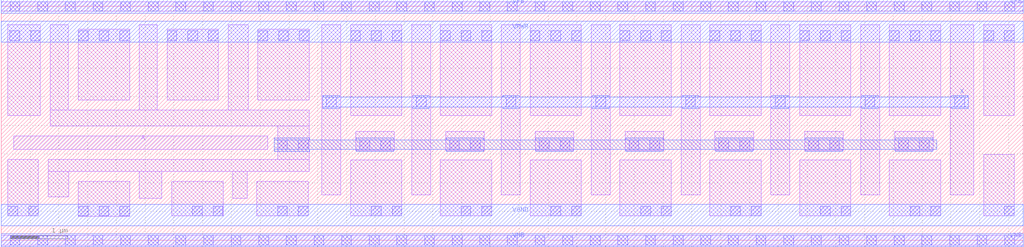
<source format=lef>
# Copyright 2020 The SkyWater PDK Authors
#
# Licensed under the Apache License, Version 2.0 (the "License");
# you may not use this file except in compliance with the License.
# You may obtain a copy of the License at
#
#     https://www.apache.org/licenses/LICENSE-2.0
#
# Unless required by applicable law or agreed to in writing, software
# distributed under the License is distributed on an "AS IS" BASIS,
# WITHOUT WARRANTIES OR CONDITIONS OF ANY KIND, either express or implied.
# See the License for the specific language governing permissions and
# limitations under the License.
#
# SPDX-License-Identifier: Apache-2.0

VERSION 5.7 ;
  NOWIREEXTENSIONATPIN ON ;
  DIVIDERCHAR "/" ;
  BUSBITCHARS "[]" ;
UNITS
  DATABASE MICRONS 200 ;
END UNITS
MACRO sky130_fd_sc_hvl__buf_16
  CLASS CORE ;
  FOREIGN sky130_fd_sc_hvl__buf_16 ;
  ORIGIN  0.000000  0.000000 ;
  SIZE  17.76000 BY  4.070000 ;
  SYMMETRY X Y ;
  SITE unithv ;
  PIN A
    ANTENNAGATEAREA  6.750000 ;
    DIRECTION INPUT ;
    USE SIGNAL ;
    PORT
      LAYER li1 ;
        RECT 0.220000 1.580000 4.630000 1.815000 ;
    END
  END A
  PIN X
    ANTENNADIFFAREA  5.040000 ;
    DIRECTION OUTPUT ;
    USE SIGNAL ;
    PORT
      LAYER met1 ;
        RECT  5.590000 2.290000  5.880000 2.320000 ;
        RECT  5.590000 2.320000 16.800000 2.490000 ;
        RECT  5.590000 2.490000  5.880000 2.520000 ;
        RECT  7.150000 2.290000  7.440000 2.320000 ;
        RECT  7.150000 2.490000  7.440000 2.520000 ;
        RECT  8.710000 2.290000  9.000000 2.320000 ;
        RECT  8.710000 2.490000  9.000000 2.520000 ;
        RECT 10.270000 2.290000 10.560000 2.320000 ;
        RECT 10.270000 2.490000 10.560000 2.520000 ;
        RECT 11.830000 2.290000 12.120000 2.320000 ;
        RECT 11.830000 2.490000 12.120000 2.520000 ;
        RECT 13.390000 2.290000 13.680000 2.320000 ;
        RECT 13.390000 2.490000 13.680000 2.520000 ;
        RECT 14.950000 2.290000 15.240000 2.320000 ;
        RECT 14.950000 2.490000 15.240000 2.520000 ;
        RECT 16.510000 2.290000 16.800000 2.320000 ;
        RECT 16.510000 2.490000 16.800000 2.520000 ;
    END
  END X
  PIN VGND
    DIRECTION INOUT ;
    USE GROUND ;
    PORT
      LAYER met1 ;
        RECT 0.000000 0.255000 17.760000 0.625000 ;
    END
  END VGND
  PIN VNB
    DIRECTION INOUT ;
    USE GROUND ;
    PORT
      LAYER li1 ;
        RECT 0.000000 -0.085000 17.760000 0.085000 ;
      LAYER mcon ;
        RECT  0.155000 -0.085000  0.325000 0.085000 ;
        RECT  0.635000 -0.085000  0.805000 0.085000 ;
        RECT  1.115000 -0.085000  1.285000 0.085000 ;
        RECT  1.595000 -0.085000  1.765000 0.085000 ;
        RECT  2.075000 -0.085000  2.245000 0.085000 ;
        RECT  2.555000 -0.085000  2.725000 0.085000 ;
        RECT  3.035000 -0.085000  3.205000 0.085000 ;
        RECT  3.515000 -0.085000  3.685000 0.085000 ;
        RECT  3.995000 -0.085000  4.165000 0.085000 ;
        RECT  4.475000 -0.085000  4.645000 0.085000 ;
        RECT  4.955000 -0.085000  5.125000 0.085000 ;
        RECT  5.435000 -0.085000  5.605000 0.085000 ;
        RECT  5.915000 -0.085000  6.085000 0.085000 ;
        RECT  6.395000 -0.085000  6.565000 0.085000 ;
        RECT  6.875000 -0.085000  7.045000 0.085000 ;
        RECT  7.355000 -0.085000  7.525000 0.085000 ;
        RECT  7.835000 -0.085000  8.005000 0.085000 ;
        RECT  8.315000 -0.085000  8.485000 0.085000 ;
        RECT  8.795000 -0.085000  8.965000 0.085000 ;
        RECT  9.275000 -0.085000  9.445000 0.085000 ;
        RECT  9.755000 -0.085000  9.925000 0.085000 ;
        RECT 10.235000 -0.085000 10.405000 0.085000 ;
        RECT 10.715000 -0.085000 10.885000 0.085000 ;
        RECT 11.195000 -0.085000 11.365000 0.085000 ;
        RECT 11.675000 -0.085000 11.845000 0.085000 ;
        RECT 12.155000 -0.085000 12.325000 0.085000 ;
        RECT 12.635000 -0.085000 12.805000 0.085000 ;
        RECT 13.115000 -0.085000 13.285000 0.085000 ;
        RECT 13.595000 -0.085000 13.765000 0.085000 ;
        RECT 14.075000 -0.085000 14.245000 0.085000 ;
        RECT 14.555000 -0.085000 14.725000 0.085000 ;
        RECT 15.035000 -0.085000 15.205000 0.085000 ;
        RECT 15.515000 -0.085000 15.685000 0.085000 ;
        RECT 15.995000 -0.085000 16.165000 0.085000 ;
        RECT 16.475000 -0.085000 16.645000 0.085000 ;
        RECT 16.955000 -0.085000 17.125000 0.085000 ;
        RECT 17.435000 -0.085000 17.605000 0.085000 ;
    END
    PORT
      LAYER met1 ;
        RECT 0.000000 -0.115000 17.760000 0.115000 ;
    END
  END VNB
  PIN VPB
    DIRECTION INOUT ;
    USE POWER ;
    PORT
      LAYER li1 ;
        RECT 0.000000 3.985000 17.760000 4.155000 ;
      LAYER mcon ;
        RECT  0.155000 3.985000  0.325000 4.155000 ;
        RECT  0.635000 3.985000  0.805000 4.155000 ;
        RECT  1.115000 3.985000  1.285000 4.155000 ;
        RECT  1.595000 3.985000  1.765000 4.155000 ;
        RECT  2.075000 3.985000  2.245000 4.155000 ;
        RECT  2.555000 3.985000  2.725000 4.155000 ;
        RECT  3.035000 3.985000  3.205000 4.155000 ;
        RECT  3.515000 3.985000  3.685000 4.155000 ;
        RECT  3.995000 3.985000  4.165000 4.155000 ;
        RECT  4.475000 3.985000  4.645000 4.155000 ;
        RECT  4.955000 3.985000  5.125000 4.155000 ;
        RECT  5.435000 3.985000  5.605000 4.155000 ;
        RECT  5.915000 3.985000  6.085000 4.155000 ;
        RECT  6.395000 3.985000  6.565000 4.155000 ;
        RECT  6.875000 3.985000  7.045000 4.155000 ;
        RECT  7.355000 3.985000  7.525000 4.155000 ;
        RECT  7.835000 3.985000  8.005000 4.155000 ;
        RECT  8.315000 3.985000  8.485000 4.155000 ;
        RECT  8.795000 3.985000  8.965000 4.155000 ;
        RECT  9.275000 3.985000  9.445000 4.155000 ;
        RECT  9.755000 3.985000  9.925000 4.155000 ;
        RECT 10.235000 3.985000 10.405000 4.155000 ;
        RECT 10.715000 3.985000 10.885000 4.155000 ;
        RECT 11.195000 3.985000 11.365000 4.155000 ;
        RECT 11.675000 3.985000 11.845000 4.155000 ;
        RECT 12.155000 3.985000 12.325000 4.155000 ;
        RECT 12.635000 3.985000 12.805000 4.155000 ;
        RECT 13.115000 3.985000 13.285000 4.155000 ;
        RECT 13.595000 3.985000 13.765000 4.155000 ;
        RECT 14.075000 3.985000 14.245000 4.155000 ;
        RECT 14.555000 3.985000 14.725000 4.155000 ;
        RECT 15.035000 3.985000 15.205000 4.155000 ;
        RECT 15.515000 3.985000 15.685000 4.155000 ;
        RECT 15.995000 3.985000 16.165000 4.155000 ;
        RECT 16.475000 3.985000 16.645000 4.155000 ;
        RECT 16.955000 3.985000 17.125000 4.155000 ;
        RECT 17.435000 3.985000 17.605000 4.155000 ;
    END
    PORT
      LAYER met1 ;
        RECT 0.000000 3.955000 17.760000 4.185000 ;
    END
  END VPB
  PIN VPWR
    DIRECTION INOUT ;
    USE POWER ;
    PORT
      LAYER met1 ;
        RECT 0.000000 3.445000 17.760000 3.815000 ;
    END
  END VPWR
  OBS
    LAYER li1 ;
      RECT  0.110000 0.425000  0.645000 1.410000 ;
      RECT  0.110000 2.175000  0.680000 3.755000 ;
      RECT  0.815000 0.755000  1.170000 1.195000 ;
      RECT  0.815000 1.195000  5.350000 1.410000 ;
      RECT  0.850000 1.985000  5.350000 2.265000 ;
      RECT  0.850000 2.265000  1.160000 3.755000 ;
      RECT  1.340000 0.415000  2.230000 1.025000 ;
      RECT  1.340000 2.445000  2.230000 3.675000 ;
      RECT  2.400000 0.730000  2.790000 1.195000 ;
      RECT  2.400000 2.265000  2.710000 3.755000 ;
      RECT  2.880000 2.445000  3.770000 3.675000 ;
      RECT  2.960000 0.425000  3.855000 1.025000 ;
      RECT  3.940000 2.265000  4.290000 3.755000 ;
      RECT  4.025000 0.730000  4.270000 1.195000 ;
      RECT  4.440000 0.425000  5.330000 1.025000 ;
      RECT  4.460000 2.445000  5.350000 3.675000 ;
      RECT  4.800000 1.410000  5.350000 1.985000 ;
      RECT  5.570000 0.790000  5.900000 3.755000 ;
      RECT  6.070000 0.425000  6.960000 1.395000 ;
      RECT  6.070000 2.175000  6.960000 3.755000 ;
      RECT  6.160000 1.565000  6.830000 1.895000 ;
      RECT  7.130000 0.790000  7.460000 3.755000 ;
      RECT  7.630000 0.425000  8.520000 1.395000 ;
      RECT  7.630000 2.175000  8.520000 3.755000 ;
      RECT  7.720000 1.565000  8.390000 1.895000 ;
      RECT  8.690000 0.790000  9.020000 3.755000 ;
      RECT  9.190000 0.425000 10.080000 1.395000 ;
      RECT  9.190000 2.175000 10.080000 3.755000 ;
      RECT  9.280000 1.565000  9.950000 1.895000 ;
      RECT 10.250000 0.790000 10.580000 3.755000 ;
      RECT 10.750000 0.425000 11.640000 1.395000 ;
      RECT 10.750000 2.175000 11.640000 3.755000 ;
      RECT 10.840000 1.565000 11.510000 1.895000 ;
      RECT 11.810000 0.790000 12.140000 3.755000 ;
      RECT 12.310000 0.425000 13.200000 1.395000 ;
      RECT 12.310000 2.175000 13.200000 3.755000 ;
      RECT 12.400000 1.565000 13.070000 1.895000 ;
      RECT 13.370000 0.790000 13.700000 3.755000 ;
      RECT 13.870000 0.425000 14.760000 1.395000 ;
      RECT 13.870000 2.175000 14.760000 3.755000 ;
      RECT 13.960000 1.565000 14.630000 1.895000 ;
      RECT 14.930000 0.790000 15.260000 3.755000 ;
      RECT 15.430000 0.425000 16.320000 1.395000 ;
      RECT 15.430000 2.175000 16.320000 3.755000 ;
      RECT 15.520000 1.565000 16.190000 1.895000 ;
      RECT 16.490000 0.790000 16.900000 3.755000 ;
      RECT 17.070000 0.425000 17.600000 1.495000 ;
      RECT 17.070000 2.175000 17.600000 3.755000 ;
    LAYER mcon ;
      RECT  0.115000 0.425000  0.285000 0.595000 ;
      RECT  0.150000 3.475000  0.320000 3.645000 ;
      RECT  0.475000 0.425000  0.645000 0.595000 ;
      RECT  0.510000 3.475000  0.680000 3.645000 ;
      RECT  1.340000 0.425000  1.510000 0.595000 ;
      RECT  1.340000 3.475000  1.510000 3.645000 ;
      RECT  1.700000 0.425000  1.870000 0.595000 ;
      RECT  1.700000 3.475000  1.870000 3.645000 ;
      RECT  2.060000 0.425000  2.230000 0.595000 ;
      RECT  2.060000 3.475000  2.230000 3.645000 ;
      RECT  2.880000 3.475000  3.050000 3.645000 ;
      RECT  3.240000 3.475000  3.410000 3.645000 ;
      RECT  3.320000 0.425000  3.490000 0.595000 ;
      RECT  3.600000 3.475000  3.770000 3.645000 ;
      RECT  3.680000 0.425000  3.850000 0.595000 ;
      RECT  4.460000 3.475000  4.630000 3.645000 ;
      RECT  4.800000 0.425000  4.970000 0.595000 ;
      RECT  4.800000 1.580000  4.970000 1.750000 ;
      RECT  4.820000 3.475000  4.990000 3.645000 ;
      RECT  5.160000 0.425000  5.330000 0.595000 ;
      RECT  5.160000 1.580000  5.330000 1.750000 ;
      RECT  5.180000 3.475000  5.350000 3.645000 ;
      RECT  5.650000 2.320000  5.820000 2.490000 ;
      RECT  6.070000 3.475000  6.240000 3.645000 ;
      RECT  6.230000 1.580000  6.400000 1.750000 ;
      RECT  6.430000 0.425000  6.600000 0.595000 ;
      RECT  6.430000 3.475000  6.600000 3.645000 ;
      RECT  6.590000 1.580000  6.760000 1.750000 ;
      RECT  6.790000 0.425000  6.960000 0.595000 ;
      RECT  6.790000 3.475000  6.960000 3.645000 ;
      RECT  7.210000 2.320000  7.380000 2.490000 ;
      RECT  7.630000 3.475000  7.800000 3.645000 ;
      RECT  7.790000 1.580000  7.960000 1.750000 ;
      RECT  7.990000 0.425000  8.160000 0.595000 ;
      RECT  7.990000 3.475000  8.160000 3.645000 ;
      RECT  8.150000 1.580000  8.320000 1.750000 ;
      RECT  8.350000 0.425000  8.520000 0.595000 ;
      RECT  8.350000 3.475000  8.520000 3.645000 ;
      RECT  8.770000 2.320000  8.940000 2.490000 ;
      RECT  9.190000 3.475000  9.360000 3.645000 ;
      RECT  9.350000 1.580000  9.520000 1.750000 ;
      RECT  9.550000 0.425000  9.720000 0.595000 ;
      RECT  9.550000 3.475000  9.720000 3.645000 ;
      RECT  9.710000 1.580000  9.880000 1.750000 ;
      RECT  9.910000 0.425000 10.080000 0.595000 ;
      RECT  9.910000 3.475000 10.080000 3.645000 ;
      RECT 10.330000 2.320000 10.500000 2.490000 ;
      RECT 10.750000 3.475000 10.920000 3.645000 ;
      RECT 10.910000 1.580000 11.080000 1.750000 ;
      RECT 11.110000 0.425000 11.280000 0.595000 ;
      RECT 11.110000 3.475000 11.280000 3.645000 ;
      RECT 11.270000 1.580000 11.440000 1.750000 ;
      RECT 11.470000 0.425000 11.640000 0.595000 ;
      RECT 11.470000 3.475000 11.640000 3.645000 ;
      RECT 11.890000 2.320000 12.060000 2.490000 ;
      RECT 12.310000 3.475000 12.480000 3.645000 ;
      RECT 12.470000 1.580000 12.640000 1.750000 ;
      RECT 12.670000 0.425000 12.840000 0.595000 ;
      RECT 12.670000 3.475000 12.840000 3.645000 ;
      RECT 12.830000 1.580000 13.000000 1.750000 ;
      RECT 13.030000 0.425000 13.200000 0.595000 ;
      RECT 13.030000 3.475000 13.200000 3.645000 ;
      RECT 13.450000 2.320000 13.620000 2.490000 ;
      RECT 13.870000 3.475000 14.040000 3.645000 ;
      RECT 14.030000 1.580000 14.200000 1.750000 ;
      RECT 14.230000 0.425000 14.400000 0.595000 ;
      RECT 14.230000 3.475000 14.400000 3.645000 ;
      RECT 14.390000 1.580000 14.560000 1.750000 ;
      RECT 14.590000 0.425000 14.760000 0.595000 ;
      RECT 14.590000 3.475000 14.760000 3.645000 ;
      RECT 15.010000 2.320000 15.180000 2.490000 ;
      RECT 15.430000 3.475000 15.600000 3.645000 ;
      RECT 15.590000 1.580000 15.760000 1.750000 ;
      RECT 15.790000 0.425000 15.960000 0.595000 ;
      RECT 15.790000 3.475000 15.960000 3.645000 ;
      RECT 15.950000 1.580000 16.120000 1.750000 ;
      RECT 16.150000 0.425000 16.320000 0.595000 ;
      RECT 16.150000 3.475000 16.320000 3.645000 ;
      RECT 16.570000 2.320000 16.740000 2.490000 ;
      RECT 17.070000 3.475000 17.240000 3.645000 ;
      RECT 17.430000 0.425000 17.600000 0.595000 ;
      RECT 17.430000 3.475000 17.600000 3.645000 ;
    LAYER met1 ;
      RECT  4.740000 1.550000  5.360000 1.580000 ;
      RECT  4.740000 1.580000 16.250000 1.750000 ;
      RECT  4.740000 1.750000  5.360000 1.780000 ;
      RECT  6.170000 1.550000  6.820000 1.580000 ;
      RECT  6.170000 1.750000  6.820000 1.780000 ;
      RECT  7.730000 1.550000  8.380000 1.580000 ;
      RECT  7.730000 1.750000  8.380000 1.780000 ;
      RECT  9.290000 1.550000  9.940000 1.580000 ;
      RECT  9.290000 1.750000  9.940000 1.780000 ;
      RECT 10.850000 1.550000 11.500000 1.580000 ;
      RECT 10.850000 1.750000 11.500000 1.780000 ;
      RECT 12.410000 1.550000 13.060000 1.580000 ;
      RECT 12.410000 1.750000 13.060000 1.780000 ;
      RECT 13.970000 1.550000 14.620000 1.580000 ;
      RECT 13.970000 1.750000 14.620000 1.780000 ;
      RECT 15.530000 1.550000 16.180000 1.580000 ;
      RECT 15.530000 1.750000 16.180000 1.780000 ;
  END
END sky130_fd_sc_hvl__buf_16
END LIBRARY

</source>
